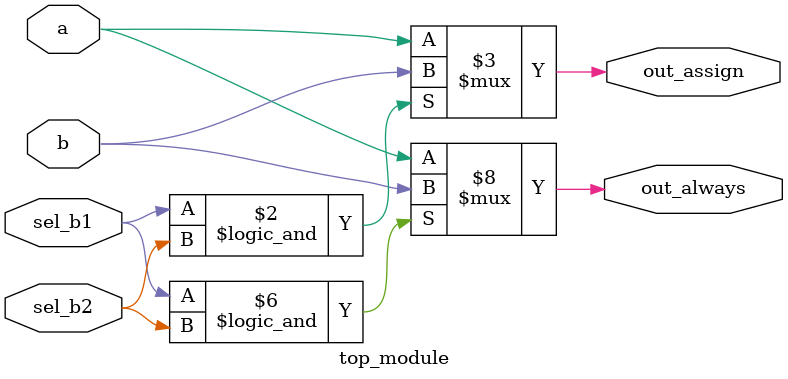
<source format=v>
module top_module(
    input a,b,sel_b1,sel_b2,
    output wire out_assign,
    output reg out_always); 
    
    assign out_assign = (sel_b1&&sel_b2 == 1)?b:a;
    
    always @(*)
        begin
            if(sel_b1&&sel_b2 == 1)
                out_always = b;
            else
                out_always = a;
        end

endmodule

</source>
